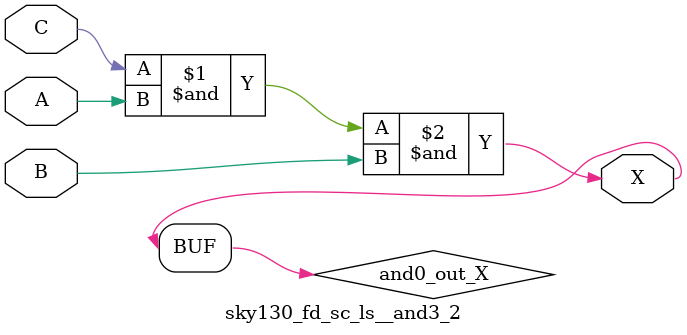
<source format=v>
/*
 * Copyright 2020 The SkyWater PDK Authors
 *
 * Licensed under the Apache License, Version 2.0 (the "License");
 * you may not use this file except in compliance with the License.
 * You may obtain a copy of the License at
 *
 *     https://www.apache.org/licenses/LICENSE-2.0
 *
 * Unless required by applicable law or agreed to in writing, software
 * distributed under the License is distributed on an "AS IS" BASIS,
 * WITHOUT WARRANTIES OR CONDITIONS OF ANY KIND, either express or implied.
 * See the License for the specific language governing permissions and
 * limitations under the License.
 *
 * SPDX-License-Identifier: Apache-2.0
*/


`ifndef SKY130_FD_SC_LS__AND3_2_FUNCTIONAL_V
`define SKY130_FD_SC_LS__AND3_2_FUNCTIONAL_V

/**
 * and3: 3-input AND.
 *
 * Verilog simulation functional model.
 */

`timescale 1ns / 1ps
`default_nettype none

`celldefine
module sky130_fd_sc_ls__and3_2 (
    X,
    A,
    B,
    C
);

    // Module ports
    output X;
    input  A;
    input  B;
    input  C;

    // Local signals
    wire and0_out_X;

    //  Name  Output      Other arguments
    and and0 (and0_out_X, C, A, B        );
    buf buf0 (X         , and0_out_X     );

endmodule
`endcelldefine

`default_nettype wire
`endif  // SKY130_FD_SC_LS__AND3_2_FUNCTIONAL_V

</source>
